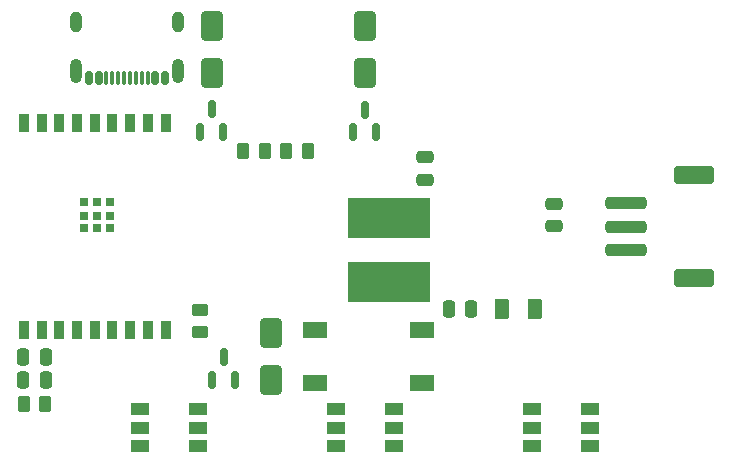
<source format=gbr>
%TF.GenerationSoftware,KiCad,Pcbnew,9.0.2*%
%TF.CreationDate,2025-06-03T14:55:12+02:00*%
%TF.ProjectId,aquarium-lid,61717561-7269-4756-9d2d-6c69642e6b69,2*%
%TF.SameCoordinates,Original*%
%TF.FileFunction,Paste,Top*%
%TF.FilePolarity,Positive*%
%FSLAX46Y46*%
G04 Gerber Fmt 4.6, Leading zero omitted, Abs format (unit mm)*
G04 Created by KiCad (PCBNEW 9.0.2) date 2025-06-03 14:55:12*
%MOMM*%
%LPD*%
G01*
G04 APERTURE LIST*
G04 Aperture macros list*
%AMRoundRect*
0 Rectangle with rounded corners*
0 $1 Rounding radius*
0 $2 $3 $4 $5 $6 $7 $8 $9 X,Y pos of 4 corners*
0 Add a 4 corners polygon primitive as box body*
4,1,4,$2,$3,$4,$5,$6,$7,$8,$9,$2,$3,0*
0 Add four circle primitives for the rounded corners*
1,1,$1+$1,$2,$3*
1,1,$1+$1,$4,$5*
1,1,$1+$1,$6,$7*
1,1,$1+$1,$8,$9*
0 Add four rect primitives between the rounded corners*
20,1,$1+$1,$2,$3,$4,$5,0*
20,1,$1+$1,$4,$5,$6,$7,0*
20,1,$1+$1,$6,$7,$8,$9,0*
20,1,$1+$1,$8,$9,$2,$3,0*%
G04 Aperture macros list end*
%ADD10RoundRect,0.250000X-0.475000X0.250000X-0.475000X-0.250000X0.475000X-0.250000X0.475000X0.250000X0*%
%ADD11RoundRect,0.150000X0.150000X-0.587500X0.150000X0.587500X-0.150000X0.587500X-0.150000X-0.587500X0*%
%ADD12RoundRect,0.250000X0.450000X-0.262500X0.450000X0.262500X-0.450000X0.262500X-0.450000X-0.262500X0*%
%ADD13R,1.500000X1.100000*%
%ADD14RoundRect,0.250000X-0.250000X-0.475000X0.250000X-0.475000X0.250000X0.475000X-0.250000X0.475000X0*%
%ADD15RoundRect,0.250000X0.262500X0.450000X-0.262500X0.450000X-0.262500X-0.450000X0.262500X-0.450000X0*%
%ADD16RoundRect,0.250000X-0.650000X1.000000X-0.650000X-1.000000X0.650000X-1.000000X0.650000X1.000000X0*%
%ADD17RoundRect,0.250000X0.250000X0.475000X-0.250000X0.475000X-0.250000X-0.475000X0.250000X-0.475000X0*%
%ADD18R,7.000000X3.500000*%
%ADD19R,2.100000X1.400000*%
%ADD20RoundRect,0.250000X1.500000X-0.250000X1.500000X0.250000X-1.500000X0.250000X-1.500000X-0.250000X0*%
%ADD21RoundRect,0.250001X1.449999X-0.499999X1.449999X0.499999X-1.449999X0.499999X-1.449999X-0.499999X0*%
%ADD22RoundRect,0.250000X-0.262500X-0.450000X0.262500X-0.450000X0.262500X0.450000X-0.262500X0.450000X0*%
%ADD23R,0.900000X1.500000*%
%ADD24R,0.700000X0.700000*%
%ADD25RoundRect,0.250000X-0.375000X-0.625000X0.375000X-0.625000X0.375000X0.625000X-0.375000X0.625000X0*%
%ADD26RoundRect,0.150000X0.150000X0.425000X-0.150000X0.425000X-0.150000X-0.425000X0.150000X-0.425000X0*%
%ADD27RoundRect,0.075000X0.075000X0.500000X-0.075000X0.500000X-0.075000X-0.500000X0.075000X-0.500000X0*%
%ADD28O,1.000000X2.100000*%
%ADD29O,1.000000X1.800000*%
G04 APERTURE END LIST*
D10*
%TO.C,C2*%
X55050000Y-34100000D03*
X55050000Y-36000000D03*
%TD*%
D11*
%TO.C,Q3*%
X37050000Y-52937500D03*
X38950000Y-52937500D03*
X38000000Y-51062500D03*
%TD*%
D12*
%TO.C,R2*%
X36000000Y-48912500D03*
X36000000Y-47087500D03*
%TD*%
D13*
%TO.C,LED3*%
X69037500Y-58600000D03*
X69037500Y-57000000D03*
X69037500Y-55400000D03*
X64137500Y-55400000D03*
X64137500Y-57000000D03*
X64137500Y-58600000D03*
%TD*%
D14*
%TO.C,C3*%
X57050000Y-47000000D03*
X58950000Y-47000000D03*
%TD*%
D15*
%TO.C,R1*%
X22912500Y-55000000D03*
X21087500Y-55000000D03*
%TD*%
D16*
%TO.C,D4*%
X37000000Y-23000000D03*
X37000000Y-27000000D03*
%TD*%
%TO.C,D3*%
X50000000Y-23000000D03*
X50000000Y-27000000D03*
%TD*%
D13*
%TO.C,LED1*%
X35862500Y-58600000D03*
X35862500Y-57000000D03*
X35862500Y-55400000D03*
X30962500Y-55400000D03*
X30962500Y-57000000D03*
X30962500Y-58600000D03*
%TD*%
D17*
%TO.C,C5*%
X22950000Y-51000000D03*
X21050000Y-51000000D03*
%TD*%
D16*
%TO.C,D2*%
X42000000Y-49000000D03*
X42000000Y-53000000D03*
%TD*%
D11*
%TO.C,Q1*%
X36050000Y-31937500D03*
X37950000Y-31937500D03*
X37000000Y-30062500D03*
%TD*%
D18*
%TO.C,L1*%
X52000000Y-39300000D03*
X52000000Y-44700000D03*
%TD*%
D11*
%TO.C,Q2*%
X49000000Y-32000000D03*
X50900000Y-32000000D03*
X49950000Y-30125000D03*
%TD*%
D19*
%TO.C,SW1*%
X45737500Y-48750000D03*
X45737500Y-53250000D03*
X54837500Y-48750000D03*
X54837500Y-53250000D03*
%TD*%
D10*
%TO.C,C1*%
X66000000Y-38050000D03*
X66000000Y-39950000D03*
%TD*%
D20*
%TO.C,J4*%
X72050000Y-42000000D03*
X72050000Y-40000000D03*
X72050000Y-38000000D03*
D21*
X77800000Y-44350000D03*
X77800000Y-35650000D03*
%TD*%
D15*
%TO.C,R3*%
X41497347Y-33598526D03*
X39672347Y-33598526D03*
%TD*%
D17*
%TO.C,C4*%
X22950000Y-53000000D03*
X21050000Y-53000000D03*
%TD*%
D22*
%TO.C,R4*%
X43290700Y-33589765D03*
X45115700Y-33589765D03*
%TD*%
D13*
%TO.C,LED2*%
X52450000Y-58600000D03*
X52450000Y-57000000D03*
X52450000Y-55400000D03*
X47550000Y-55400000D03*
X47550000Y-57000000D03*
X47550000Y-58600000D03*
%TD*%
D23*
%TO.C,U1*%
X21100000Y-48750000D03*
X22600000Y-48750000D03*
X24100000Y-48750000D03*
X25600000Y-48750000D03*
X27100000Y-48750000D03*
X28600000Y-48750000D03*
X30100000Y-48750000D03*
X31600000Y-48750000D03*
X33100000Y-48750000D03*
X33100000Y-31250000D03*
X31600000Y-31250000D03*
X30100000Y-31250000D03*
X28600000Y-31250000D03*
X27100000Y-31250000D03*
X25600000Y-31250000D03*
X24100000Y-31250000D03*
X22600000Y-31250000D03*
X21100000Y-31250000D03*
D24*
X26200000Y-40140000D03*
X27300000Y-40140000D03*
X28400000Y-40140000D03*
X26200000Y-39090000D03*
X27300000Y-39090000D03*
X28400000Y-39090000D03*
X26200000Y-37940000D03*
X27300000Y-37940000D03*
X28400000Y-37940000D03*
%TD*%
D25*
%TO.C,F1*%
X61600000Y-47000000D03*
X64400000Y-47000000D03*
%TD*%
D26*
%TO.C,J5*%
X33035000Y-27380000D03*
X32235000Y-27380000D03*
D27*
X31085000Y-27380000D03*
X30085000Y-27380000D03*
X29585000Y-27380000D03*
X28585000Y-27380000D03*
D26*
X27435000Y-27380000D03*
X26635000Y-27380000D03*
X26635000Y-27380000D03*
X27435000Y-27380000D03*
D27*
X28085000Y-27380000D03*
X29085000Y-27380000D03*
X30585000Y-27380000D03*
X31585000Y-27380000D03*
D26*
X32235000Y-27380000D03*
X33035000Y-27380000D03*
D28*
X34155000Y-26805000D03*
D29*
X34155000Y-22625000D03*
D28*
X25515000Y-26805000D03*
D29*
X25515000Y-22625000D03*
%TD*%
M02*

</source>
